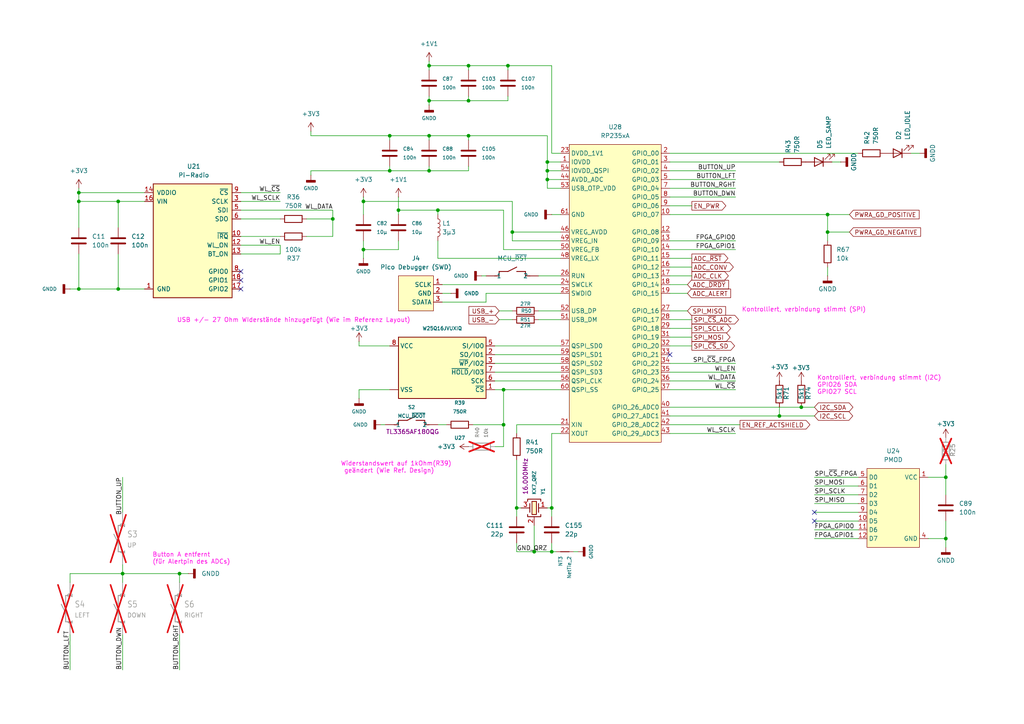
<source format=kicad_sch>
(kicad_sch (version 20250114) (generator "eeschema") (generator_version "9.0")
  (paper "A4")
  (text "Kontrolliert, verbindung stimmt (I2C)\nGPIO26 SDA\nGPIO27 SCL" (at 236.982 111.76 0) (effects (font (size 1.27 1.27)) (justify left)))
  (text "Widerstandswert auf 1kOhm(R39)\n geändert (Wie Ref. Design)" (at 98.806 135.636 0) (effects (font (size 1.27 1.27)) (justify left)))
  (text "USB +/- 27 Ohm WIderstände hinzugefügt (Wie im Referenz Layout)" (at 51.308 92.964 0) (effects (font (size 1.27 1.27)) (justify left)))
  (text "Kontrolliert, verbindung stimmt (SPI)" (at 215.138 89.916 0) (effects (font (size 1.27 1.27)) (justify left)))
  (text "Button A entfernt \n(für Alertpin des ADCs)" (at 44.196 162.052 0) (effects (font (size 1.27 1.27)) (justify left)))
  (junction (at 146.05 113.03))
  (junction (at 22.86 83.82))
  (junction (at 135.89 29.21))
  (junction (at 154.94 160.02))
  (junction (at 96.52 63.5))
  (junction (at 240.03 62.23))
  (junction (at 274.32 156.21))
  (junction (at 160.02 147.32))
  (junction (at 34.29 83.82))
  (junction (at 127 60.96))
  (junction (at 147.32 19.05))
  (junction (at 124.46 19.05))
  (junction (at 146.05 123.19))
  (junction (at 124.46 49.53))
  (junction (at 149.86 147.32))
  (junction (at 22.86 58.42))
  (junction (at 148.59 67.31))
  (junction (at 158.75 49.53))
  (junction (at 124.46 39.37))
  (junction (at 105.41 72.39))
  (junction (at 232.41 118.11))
  (junction (at 115.57 60.96))
  (junction (at 34.29 58.42))
  (junction (at 105.41 58.42))
  (junction (at 135.89 19.05))
  (junction (at 240.03 67.31))
  (junction (at 113.03 49.53))
  (junction (at 113.03 39.37))
  (junction (at 158.75 52.07))
  (junction (at 22.86 55.88))
  (junction (at 52.07 166.37))
  (junction (at 124.46 29.21))
  (junction (at 274.32 138.43))
  (junction (at 226.06 120.65))
  (junction (at 158.75 46.99))
  (junction (at 135.89 39.37))
  (junction (at 160.02 160.02))
  (junction (at 35.56 166.37))
  (no_connect (at 236.22 148.59))
  (no_connect (at 69.85 81.28))
  (no_connect (at 194.31 102.87))
  (no_connect (at 236.22 151.13))
  (no_connect (at 69.85 78.74))
  (no_connect (at 69.85 83.82))
  (wire (pts (xy 194.31 107.95) (xy 213.36 107.95)))
  (wire (pts (xy 160.02 147.32) (xy 160.02 149.86)))
  (wire (pts (xy 162.56 69.85) (xy 148.59 69.85)))
  (wire (pts (xy 236.22 153.67) (xy 248.92 153.67)))
  (wire (pts (xy 158.75 52.07) (xy 162.56 52.07)))
  (wire (pts (xy 226.06 118.11) (xy 226.06 120.65)))
  (wire (pts (xy 144.78 92.71) (xy 148.59 92.71)))
  (wire (pts (xy 105.41 72.39) (xy 115.57 72.39)))
  (wire (pts (xy 200.66 80.01) (xy 194.31 80.01)))
  (wire (pts (xy 160.02 44.45) (xy 160.02 19.05)))
  (wire (pts (xy 160.02 125.73) (xy 160.02 147.32)))
  (wire (pts (xy 113.03 48.26) (xy 113.03 49.53)))
  (wire (pts (xy 194.31 110.49) (xy 213.36 110.49)))
  (wire (pts (xy 34.29 83.82) (xy 41.91 83.82)))
  (wire (pts (xy 124.46 49.53) (xy 135.89 49.53)))
  (wire (pts (xy 213.36 54.61) (xy 194.31 54.61)))
  (wire (pts (xy 274.32 156.21) (xy 274.32 158.75)))
  (wire (pts (xy 127 74.93) (xy 162.56 74.93)))
  (wire (pts (xy 35.56 138.43) (xy 35.56 148.59)))
  (wire (pts (xy 160.02 62.23) (xy 162.56 62.23)))
  (wire (pts (xy 144.78 90.17) (xy 148.59 90.17)))
  (wire (pts (xy 113.03 39.37) (xy 124.46 39.37)))
  (wire (pts (xy 156.21 92.71) (xy 162.56 92.71)))
  (wire (pts (xy 158.75 49.53) (xy 158.75 46.99)))
  (wire (pts (xy 194.31 44.45) (xy 248.92 44.45)))
  (wire (pts (xy 148.59 58.42) (xy 105.41 58.42)))
  (wire (pts (xy 194.31 85.09) (xy 199.39 85.09)))
  (wire (pts (xy 124.46 27.94) (xy 124.46 29.21)))
  (wire (pts (xy 22.86 58.42) (xy 22.86 66.04)))
  (wire (pts (xy 162.56 72.39) (xy 146.05 72.39)))
  (wire (pts (xy 41.91 55.88) (xy 22.86 55.88)))
  (wire (pts (xy 139.7 80.01) (xy 140.97 80.01)))
  (wire (pts (xy 124.46 19.05) (xy 135.89 19.05)))
  (wire (pts (xy 158.75 49.53) (xy 162.56 49.53)))
  (wire (pts (xy 146.05 123.19) (xy 146.05 129.54)))
  (wire (pts (xy 154.94 160.02) (xy 160.02 160.02)))
  (wire (pts (xy 246.38 62.23) (xy 240.03 62.23)))
  (wire (pts (xy 90.17 38.1) (xy 90.17 39.37)))
  (wire (pts (xy 124.46 48.26) (xy 124.46 49.53)))
  (wire (pts (xy 143.51 107.95) (xy 162.56 107.95)))
  (wire (pts (xy 194.31 113.03) (xy 213.36 113.03)))
  (wire (pts (xy 213.36 69.85) (xy 194.31 69.85)))
  (wire (pts (xy 127 123.19) (xy 129.54 123.19)))
  (wire (pts (xy 105.41 58.42) (xy 105.41 62.23)))
  (wire (pts (xy 140.97 85.09) (xy 140.97 87.63)))
  (wire (pts (xy 158.75 46.99) (xy 158.75 39.37)))
  (wire (pts (xy 147.32 27.94) (xy 147.32 29.21)))
  (wire (pts (xy 151.13 147.32) (xy 149.86 147.32)))
  (wire (pts (xy 69.85 55.88) (xy 81.28 55.88)))
  (wire (pts (xy 240.03 67.31) (xy 246.38 67.31)))
  (wire (pts (xy 149.86 160.02) (xy 154.94 160.02)))
  (wire (pts (xy 236.22 138.43) (xy 248.92 138.43)))
  (wire (pts (xy 236.22 148.59) (xy 248.92 148.59)))
  (wire (pts (xy 158.75 54.61) (xy 158.75 52.07)))
  (wire (pts (xy 194.31 74.93) (xy 200.66 74.93)))
  (wire (pts (xy 200.66 95.25) (xy 194.31 95.25)))
  (wire (pts (xy 160.02 160.02) (xy 161.29 160.02)))
  (wire (pts (xy 240.03 62.23) (xy 240.03 67.31)))
  (wire (pts (xy 20.32 83.82) (xy 22.86 83.82)))
  (wire (pts (xy 199.39 90.17) (xy 194.31 90.17)))
  (wire (pts (xy 137.16 123.19) (xy 146.05 123.19)))
  (wire (pts (xy 147.32 29.21) (xy 135.89 29.21)))
  (wire (pts (xy 148.59 67.31) (xy 148.59 58.42)))
  (wire (pts (xy 69.85 68.58) (xy 81.28 68.58)))
  (wire (pts (xy 162.56 54.61) (xy 158.75 54.61)))
  (wire (pts (xy 127 69.85) (xy 127 74.93)))
  (wire (pts (xy 52.07 168.91) (xy 52.07 166.37)))
  (wire (pts (xy 158.75 52.07) (xy 158.75 49.53)))
  (wire (pts (xy 135.89 40.64) (xy 135.89 39.37)))
  (wire (pts (xy 160.02 19.05) (xy 147.32 19.05)))
  (wire (pts (xy 104.14 113.03) (xy 104.14 115.57)))
  (wire (pts (xy 213.36 52.07) (xy 194.31 52.07)))
  (wire (pts (xy 149.86 147.32) (xy 149.86 149.86)))
  (wire (pts (xy 143.51 102.87) (xy 162.56 102.87)))
  (wire (pts (xy 213.36 49.53) (xy 194.31 49.53)))
  (wire (pts (xy 113.03 100.33) (xy 104.14 100.33)))
  (wire (pts (xy 149.86 133.35) (xy 149.86 147.32)))
  (wire (pts (xy 143.51 113.03) (xy 146.05 113.03)))
  (wire (pts (xy 240.03 62.23) (xy 194.31 62.23)))
  (wire (pts (xy 115.57 69.85) (xy 115.57 72.39)))
  (wire (pts (xy 96.52 63.5) (xy 96.52 60.96)))
  (wire (pts (xy 162.56 44.45) (xy 160.02 44.45)))
  (wire (pts (xy 236.22 156.21) (xy 248.92 156.21)))
  (wire (pts (xy 113.03 49.53) (xy 124.46 49.53)))
  (wire (pts (xy 69.85 73.66) (xy 81.28 73.66)))
  (wire (pts (xy 104.14 99.06) (xy 104.14 100.33)))
  (wire (pts (xy 269.24 138.43) (xy 274.32 138.43)))
  (wire (pts (xy 274.32 138.43) (xy 274.32 143.51)))
  (wire (pts (xy 127 62.23) (xy 127 60.96)))
  (wire (pts (xy 113.03 40.64) (xy 113.03 39.37)))
  (wire (pts (xy 124.46 39.37) (xy 135.89 39.37)))
  (wire (pts (xy 162.56 125.73) (xy 160.02 125.73)))
  (wire (pts (xy 35.56 163.83) (xy 35.56 166.37)))
  (wire (pts (xy 156.21 80.01) (xy 162.56 80.01)))
  (wire (pts (xy 22.86 58.42) (xy 34.29 58.42)))
  (wire (pts (xy 34.29 58.42) (xy 34.29 66.04)))
  (wire (pts (xy 35.56 166.37) (xy 35.56 168.91)))
  (wire (pts (xy 52.07 166.37) (xy 54.61 166.37)))
  (wire (pts (xy 22.86 83.82) (xy 34.29 83.82)))
  (wire (pts (xy 143.51 129.54) (xy 146.05 129.54)))
  (wire (pts (xy 81.28 71.12) (xy 81.28 73.66)))
  (wire (pts (xy 200.66 100.33) (xy 194.31 100.33)))
  (wire (pts (xy 236.22 140.97) (xy 248.92 140.97)))
  (wire (pts (xy 128.27 82.55) (xy 162.56 82.55)))
  (wire (pts (xy 274.32 151.13) (xy 274.32 156.21)))
  (wire (pts (xy 69.85 58.42) (xy 81.28 58.42)))
  (wire (pts (xy 146.05 72.39) (xy 146.05 60.96)))
  (wire (pts (xy 264.16 44.45) (xy 266.7 44.45)))
  (wire (pts (xy 232.41 118.11) (xy 236.22 118.11)))
  (wire (pts (xy 105.41 57.15) (xy 105.41 58.42)))
  (wire (pts (xy 69.85 63.5) (xy 81.28 63.5)))
  (wire (pts (xy 149.86 123.19) (xy 162.56 123.19)))
  (wire (pts (xy 200.66 59.69) (xy 194.31 59.69)))
  (wire (pts (xy 128.27 85.09) (xy 130.81 85.09)))
  (wire (pts (xy 105.41 69.85) (xy 105.41 72.39)))
  (wire (pts (xy 90.17 49.53) (xy 113.03 49.53)))
  (wire (pts (xy 213.36 105.41) (xy 194.31 105.41)))
  (wire (pts (xy 194.31 118.11) (xy 232.41 118.11)))
  (wire (pts (xy 194.31 120.65) (xy 226.06 120.65)))
  (wire (pts (xy 88.9 68.58) (xy 96.52 68.58)))
  (wire (pts (xy 274.32 134.62) (xy 274.32 138.43)))
  (wire (pts (xy 148.59 69.85) (xy 148.59 67.31)))
  (wire (pts (xy 20.32 166.37) (xy 35.56 166.37)))
  (wire (pts (xy 240.03 67.31) (xy 240.03 69.85)))
  (wire (pts (xy 20.32 184.15) (xy 20.32 194.31)))
  (wire (pts (xy 41.91 58.42) (xy 34.29 58.42)))
  (wire (pts (xy 143.51 110.49) (xy 162.56 110.49)))
  (wire (pts (xy 96.52 68.58) (xy 96.52 63.5)))
  (wire (pts (xy 146.05 113.03) (xy 162.56 113.03)))
  (wire (pts (xy 110.49 123.19) (xy 111.76 123.19)))
  (wire (pts (xy 124.46 19.05) (xy 124.46 20.32)))
  (wire (pts (xy 149.86 160.02) (xy 149.86 157.48)))
  (wire (pts (xy 90.17 39.37) (xy 113.03 39.37)))
  (wire (pts (xy 115.57 60.96) (xy 115.57 62.23)))
  (wire (pts (xy 88.9 63.5) (xy 96.52 63.5)))
  (wire (pts (xy 199.39 82.55) (xy 194.31 82.55)))
  (wire (pts (xy 104.14 113.03) (xy 113.03 113.03)))
  (wire (pts (xy 194.31 46.99) (xy 226.06 46.99)))
  (wire (pts (xy 200.66 77.47) (xy 194.31 77.47)))
  (wire (pts (xy 236.22 120.65) (xy 226.06 120.65)))
  (wire (pts (xy 128.27 87.63) (xy 140.97 87.63)))
  (wire (pts (xy 135.89 19.05) (xy 147.32 19.05)))
  (wire (pts (xy 146.05 60.96) (xy 127 60.96)))
  (wire (pts (xy 127 60.96) (xy 115.57 60.96)))
  (wire (pts (xy 135.89 39.37) (xy 158.75 39.37)))
  (wire (pts (xy 236.22 151.13) (xy 248.92 151.13)))
  (wire (pts (xy 241.3 46.99) (xy 243.84 46.99)))
  (wire (pts (xy 105.41 72.39) (xy 105.41 74.93)))
  (wire (pts (xy 135.89 20.32) (xy 135.89 19.05)))
  (wire (pts (xy 90.17 49.53) (xy 90.17 50.8)))
  (wire (pts (xy 154.94 160.02) (xy 154.94 152.4)))
  (wire (pts (xy 149.86 125.73) (xy 149.86 123.19)))
  (wire (pts (xy 194.31 125.73) (xy 213.36 125.73)))
  (wire (pts (xy 52.07 184.15) (xy 52.07 194.31)))
  (wire (pts (xy 200.66 92.71) (xy 194.31 92.71)))
  (wire (pts (xy 20.32 168.91) (xy 20.32 166.37)))
  (wire (pts (xy 236.22 146.05) (xy 248.92 146.05)))
  (wire (pts (xy 146.05 123.19) (xy 146.05 113.03)))
  (wire (pts (xy 35.56 184.15) (xy 35.56 194.31)))
  (wire (pts (xy 160.02 160.02) (xy 160.02 157.48)))
  (wire (pts (xy 166.37 160.02) (xy 167.64 160.02)))
  (wire (pts (xy 143.51 100.33) (xy 162.56 100.33)))
  (wire (pts (xy 69.85 60.96) (xy 96.52 60.96)))
  (wire (pts (xy 213.36 57.15) (xy 194.31 57.15)))
  (wire (pts (xy 22.86 73.66) (xy 22.86 83.82)))
  (wire (pts (xy 162.56 67.31) (xy 148.59 67.31)))
  (wire (pts (xy 214.63 123.19) (xy 194.31 123.19)))
  (wire (pts (xy 240.03 77.47) (xy 240.03 80.01)))
  (wire (pts (xy 236.22 143.51) (xy 248.92 143.51)))
  (wire (pts (xy 35.56 166.37) (xy 52.07 166.37)))
  (wire (pts (xy 115.57 57.15) (xy 115.57 60.96)))
  (wire (pts (xy 269.24 156.21) (xy 274.32 156.21)))
  (wire (pts (xy 156.21 90.17) (xy 162.56 90.17)))
  (wire (pts (xy 124.46 17.78) (xy 124.46 19.05)))
  (wire (pts (xy 140.97 85.09) (xy 162.56 85.09)))
  (wire (pts (xy 158.75 46.99) (xy 162.56 46.99)))
  (wire (pts (xy 147.32 20.32) (xy 147.32 19.05)))
  (wire (pts (xy 200.66 97.79) (xy 194.31 97.79)))
  (wire (pts (xy 213.36 72.39) (xy 194.31 72.39)))
  (wire (pts (xy 34.29 73.66) (xy 34.29 83.82)))
  (wire (pts (xy 135.89 27.94) (xy 135.89 29.21)))
  (wire (pts (xy 124.46 40.64) (xy 124.46 39.37)))
  (wire (pts (xy 22.86 54.61) (xy 22.86 55.88)))
  (wire (pts (xy 160.02 147.32) (xy 158.75 147.32)))
  (wire (pts (xy 22.86 55.88) (xy 22.86 58.42)))
  (wire (pts (xy 69.85 71.12) (xy 81.28 71.12)))
  (wire (pts (xy 143.51 105.41) (xy 162.56 105.41)))
  (wire (pts (xy 124.46 29.21) (xy 124.46 30.48)))
  (wire (pts (xy 124.46 29.21) (xy 135.89 29.21)))
  (wire (pts (xy 135.89 48.26) (xy 135.89 49.53)))
  (label "WL_SCLK" (at 213.36 125.73 180))
  (label "WL_~{CS}" (at 81.28 55.88 180))
  (label "FPGA_GPIO1" (at 213.36 72.39 180))
  (label "BUTTON_DWN" (at 213.36 57.15 180))
  (label "WL_DATA" (at 213.36 110.49 180))
  (label "WL_DATA" (at 96.52 60.96 180))
  (label "BUTTON_LFT" (at 20.32 194.31 90))
  (label "SPI_MISO" (at 236.22 146.05 0))
  (label "BUTTON_UP" (at 213.36 49.53 180))
  (label "BUTTON_UP" (at 35.56 138.43 270))
  (label "GND_QRZ" (at 158.75 160.02 180))
  (label "WL_SCLK" (at 81.28 58.42 180))
  (label "BUTTON_LFT" (at 213.36 52.07 180))
  (label "WL_EN" (at 81.28 71.12 180))
  (label "SPI_SCLK" (at 236.22 143.51 0))
  (label "BUTTON_RGHT" (at 52.07 194.31 90))
  (label "FPGA_GPIO0" (at 213.36 69.85 180))
  (label "FPGA_GPIO0" (at 236.22 153.67 0))
  (label "FPGA_GPIO1" (at 236.22 156.21 0))
  (label "SPI_~{CS}_FPGA" (at 236.22 138.43 0))
  (label "SPI_~{CS}_FPGA" (at 213.36 105.41 180))
  (label "WL_EN" (at 213.36 107.95 180))
  (label "BUTTON_DWN" (at 35.56 194.31 90))
  (label "SPI_MOSI" (at 236.22 140.97 0))
  (label "WL_~{CS}" (at 213.36 113.03 180))
  (label "BUTTON_RGHT" (at 213.36 54.61 180))
  (global_label "SPI_~{CS}_SD" (shape output) (at 200.66 100.33 0) (property "Intersheetrefs" "${INTERSHEET_REFS}" (effects (hide yes))))
  (global_label "USB_+" (shape input) (at 144.78 90.17 180) (property "Intersheetrefs" "${INTERSHEET_REFS}" (effects (hide yes))))
  (global_label "I2C_SDA" (shape bidirectional) (at 236.22 118.11 0) (property "Intersheetrefs" "${INTERSHEET_REFS}" (effects (hide yes))))
  (global_label "ADC_~{DRDY}" (shape input) (at 199.39 82.55 0) (property "Intersheetrefs" "${INTERSHEET_REFS}" (effects (hide yes))))
  (global_label "SPI_MISO" (shape input) (at 199.39 90.17 0) (property "Intersheetrefs" "${INTERSHEET_REFS}" (effects (hide yes))))
  (global_label "SPI_SCLK" (shape output) (at 200.66 95.25 0) (property "Intersheetrefs" "${INTERSHEET_REFS}" (effects (hide yes))))
  (global_label "PWRA_GD_POSITIVE" (shape input) (at 246.38 62.23 0) (property "Intersheetrefs" "${INTERSHEET_REFS}" (effects (hide yes))))
  (global_label "SPI_~{CS}_ADC" (shape output) (at 200.66 92.71 0) (property "Intersheetrefs" "${INTERSHEET_REFS}" (effects (hide yes))))
  (global_label "ADC_ALERT" (shape input) (at 199.39 85.09 0) (property "Intersheetrefs" "${INTERSHEET_REFS}" (effects (hide yes))))
  (global_label "ADC_CLK" (shape output) (at 200.66 80.01 0) (property "Intersheetrefs" "${INTERSHEET_REFS}" (effects (hide yes))))
  (global_label "PWRA_GD_NEGATIVE" (shape input) (at 246.38 67.31 0) (property "Intersheetrefs" "${INTERSHEET_REFS}" (effects (hide yes))))
  (global_label "I2C_SCL" (shape bidirectional) (at 236.22 120.65 0) (property "Intersheetrefs" "${INTERSHEET_REFS}" (effects (hide yes))))
  (global_label "SPI_MOSI" (shape output) (at 200.66 97.79 0) (property "Intersheetrefs" "${INTERSHEET_REFS}" (effects (hide yes))))
  (global_label "ADC_~{RST}" (shape output) (at 200.66 74.93 0) (property "Intersheetrefs" "${INTERSHEET_REFS}" (effects (hide yes))))
  (global_label "EN_PWR" (shape output) (at 200.66 59.69 0) (property "Intersheetrefs" "${INTERSHEET_REFS}" (effects (hide yes))))
  (global_label "EN_REF_ACTSHIELD" (shape output) (at 214.63 123.19 0) (property "Intersheetrefs" "${INTERSHEET_REFS}" (effects (hide yes))))
  (global_label "ADC_CONV" (shape output) (at 200.66 77.47 0) (property "Intersheetrefs" "${INTERSHEET_REFS}" (effects (hide yes))))
  (global_label "USB_-" (shape input) (at 144.78 92.71 180) (property "Intersheetrefs" "${INTERSHEET_REFS}" (effects (hide yes))))
  (symbol (lib_id "power:GNDD") (at 130.81 85.09 90) (unit 1)
    (property "Reference" "#PWR0171" (effects (hide yes)))
    (property "Value" "GNDD" (at 134.62 85.0899 90) (effects (font (size 1.016 1.016)) (justify right)))
    (property "Description" "Power symbol creates a global label with name \"GNDD\" , digital ground" (effects (hide yes)))
    (instances (project "" (path "" (reference "#PWR0171") (unit 1))) (project "smart_table" (path "" (reference "#PWR051") (unit 1))))
  )
  (symbol (lib_id "passive:C0603") (at 34.29 69.85 0) (mirror y) (unit 1)
    (property "Reference" "C12" (at 38.1 68.5799 0) (effects (justify right)))
    (property "Value" "100n" (at 38.1 71.1199 0) (effects (justify right)))
    (property "Footprint" "Capacitor_SMD:C_0603_1608Metric" (effects (hide yes)))
    (property "Description" "Unpolarized capacitor" (effects (hide yes)))
    (instances (project "" (path "" (reference "C12") (unit 1))) (project "smart_table" (path "" (reference "C21") (unit 1))))
  )
  (symbol (lib_id "power:GNDD") (at 160.02 62.23 270) (unit 1)
    (property "Reference" "#PWR0167" (effects (hide yes)))
    (property "Value" "GNDD" (at 156.21 62.2299 90) (effects (font (size 1.016 1.016)) (justify right)))
    (property "Description" "Power symbol creates a global label with name \"GNDD\" , digital ground" (effects (hide yes)))
    (instances (project "" (path "" (reference "#PWR0167") (unit 1))) (project "smart_table" (path "" (reference "#PWR054") (unit 1))))
  )
  (symbol (lib_id "passive:R0603") (at 229.87 46.99 90) (unit 1)
    (property "Reference" "R43" (at 228.5999 44.45 0) (effects (justify left)))
    (property "Value" "750R" (at 231.1399 44.45 0) (effects (justify left)))
    (property "Footprint" "Resistor_SMD:R_0603_1608Metric" (effects (hide yes)))
    (property "Description" "Resistor" (effects (hide yes)))
  )
  (symbol (lib_id "passive:R0603") (at 149.86 129.54 180) (unit 1)
    (property "Reference" "R41" (at 152.4 128.2699 0) (effects (justify right)))
    (property "Value" "750R" (at 152.4 130.8099 0) (effects (justify right)))
    (property "Footprint" "Resistor_SMD:R_0603_1608Metric" (effects (hide yes)))
    (property "Description" "Resistor" (effects (hide yes)))
  )
  (symbol (lib_id "power:GNDD") (at 240.03 80.01 0) (unit 1)
    (property "Reference" "#PWR09" (effects (hide yes)))
    (property "Value" "GNDD" (at 240.03 83.82 0))
    (property "Description" "Power symbol creates a global label with name \"GNDD\" , digital ground" (effects (hide yes)))
  )
  (symbol (lib_id "passive:R0402") (at 152.4 90.17 270) (mirror x) (unit 1)
    (property "Reference" "R50" (at 152.654 90.17 90) (effects (font (size 1.016 1.016))))
    (property "Value" "27R" (at 152.4 88.138 90) (effects (font (size 1.016 1.016))))
    (property "Footprint" "Resistor_SMD:R_0402_1005Metric" (effects (hide yes)))
    (property "Description" "Resistor" (effects (hide yes)))
    (property "ecnumber" "GPR0402100R" (effects (hide yes)))
  )
  (symbol (lib_id "power:GNDD") (at 266.7 44.45 90) (unit 1)
    (property "Reference" "#PWR089" (effects (hide yes)))
    (property "Value" "GNDD" (at 270.51 44.45 0))
    (property "Description" "Power symbol creates a global label with name \"GNDD\" , digital ground" (effects (hide yes)))
  )
  (symbol (lib_id "memory:W25Q16JVUXIQ") (at 128.27 107.95 0) (unit 1) (exclude_from_sim yes)
    (property "Reference" "U27" (at 133.35 127 0) (effects (font (size 1.016 1.016))))
    (property "Value" "W25Q16JVUXIQ" (at 128.27 95.25 0) (effects (font (size 1.016 1.016))))
    (property "Footprint" "custom_library:USON-8-1EP_3x2mm_P0.5mm_EP0.2x1.6mm" (effects (hide yes)))
    (property "Datasheet" "https://www.mouser.de/ProductDetail/Winbond/W25Q16JVUXIQ-TR?qs=qSfuJ%252Bfl%2Fd7SDdIHLGOd1g%3D%3D&utm_id=1435090772&gad_source=1&gclid=Cj0KCQiAoae5BhCNARIsADVLzZd_6ywhw0tNTQRPe90fxfFAFIB3NCiEdnhi8oMc0UCnFr9oQ1JQn6EaAgrQEALw_wcB" (effects (hide yes)))
    (property "ecnumber" "W25Q16JVUXIQ" (effects (hide yes)))
    (instances (project "" (path "" (reference "U27") (unit 1))) (project "smart_table" (path "" (reference "U10") (unit 1))))
  )
  (symbol (lib_id "power:+3V3") (at 274.32 127 0) (unit 1)
    (property "Reference" "#PWR0157" (effects (hide yes)))
    (property "Value" "+3V3" (at 274.32 122.936 0))
    (property "Description" "Power symbol creates a global label with name \"+3V3\"" (effects (hide yes)))
  )
  (symbol (lib_id "passive:R0603") (at 252.73 44.45 90) (unit 1)
    (property "Reference" "R42" (at 251.4599 41.91 0) (effects (justify left)))
    (property "Value" "750R" (at 253.9999 41.91 0) (effects (justify left)))
    (property "Footprint" "Resistor_SMD:R_0603_1608Metric" (effects (hide yes)))
    (property "Description" "Resistor" (effects (hide yes)))
  )
  (symbol (lib_id "passive:L") (at 127 66.04 0) (unit 1)
    (property "Reference" "L1" (at 128.27 64.7699 0) (effects (justify left)))
    (property "Value" "3µ3" (at 128.27 67.3099 0) (effects (justify left)))
    (property "Footprint" "Resistor_SMD:R_0805_2012Metric_Pad1.20x1.40mm_HandSolder" (effects (hide yes)))
    (property "Datasheet" "https://www.mouser.de/ProductDetail/Wurth-Elektronik/74437336068?qs=sGAEpiMZZMukHu%252BjC5l7YZFx5PKdGpFON7hqw0dDD24%3D" (effects (hide yes)))
    (property "Description" "Inductor" (effects (hide yes)))
  )
  (symbol (lib_id "passive:R0603") (at 226.06 114.3 0) (mirror x) (unit 1)
    (property "Reference" "R71" (at 228.092 114.046 90))
    (property "Value" "5k1" (at 226.06 114.046 90))
    (property "Footprint" "Resistor_SMD:R_0603_1608Metric" (effects (hide yes)))
    (property "Description" "Resistor" (effects (hide yes)))
  )
  (symbol (lib_id "power:+3V3") (at 232.41 110.49 0) (mirror y) (unit 1)
    (property "Reference" "#PWR0109" (effects (hide yes)))
    (property "Value" "+3V3" (at 234.95 106.68 0) (effects (justify left)))
    (property "Description" "Power symbol creates a global label with name \"+3V3\"" (effects (hide yes)))
  )
  (symbol (lib_id "connectors:Tactile Button") (at 33.02 156.21 90) (unit 1) (exclude_from_sim yes) (in_bom no) (dnp yes)
    (property "Reference" "S3" (at 36.83 154.94 90) (effects (font (size 1.778 1.5113)) (justify right)))
    (property "Value" "UP" (at 36.83 158.1149 90) (effects (justify right)))
    (property "Footprint" "connectors:TACTILE-SWITCH" (effects (hide yes)))
    (property "Datasheet" "https://configured-product-images.s3.amazonaws.com/2D/specs/TL3365AF180QG.pdf" (effects (hide yes)))
    (property "Description" "612-TL3365AF180QG" (effects (hide yes)))
  )
  (symbol (lib_id "power:+3V3") (at 104.14 99.06 0) (unit 1)
    (property "Reference" "#PWR0113" (effects (hide yes)))
    (property "Value" "+3V3" (at 104.14 95.25 0))
    (property "Description" "Power symbol creates a global label with name \"+3V3\"" (effects (hide yes)))
  )
  (symbol (lib_id "power:GNDD") (at 20.32 83.82 270) (unit 1)
    (property "Reference" "#PWR0105" (effects (hide yes)))
    (property "Value" "GNDD" (at 16.51 83.8199 90) (effects (font (size 1.016 1.016)) (justify right)))
    (property "Description" "Power symbol creates a global label with name \"GNDD\" , digital ground" (effects (hide yes)))
    (instances (project "" (path "" (reference "#PWR0105") (unit 1))) (project "smart_table" (path "" (reference "#PWR035") (unit 1))))
  )
  (symbol (lib_id "passive:LED_0603") (at 237.49 46.99 180) (unit 1)
    (property "Reference" "D5" (at 237.8074 43.18 90) (effects (justify right)))
    (property "Value" "LED_SAMP" (at 240.3474 43.18 90) (effects (justify right)))
    (property "Footprint" "LED_SMD:LED_0603_1608Metric" (effects (hide yes)))
    (property "Description" "Light emitting diode" (effects (hide yes)))
  )
  (symbol (lib_id "passive:C0603") (at 135.89 24.13 180) (unit 1)
    (property "Reference" "C103" (at 139.7 22.8599 0) (effects (font (size 1.016 1.016)) (justify right)))
    (property "Value" "100n" (at 139.7 25.3999 0) (effects (font (size 1.016 1.016)) (justify right)))
    (property "Footprint" "Capacitor_SMD:C_0603_1608Metric" (effects (hide yes)))
    (property "Description" "Unpolarized capacitor" (effects (hide yes)))
    (property "ecnumber" "GPC0402104" (effects (hide yes)))
    (instances (project "" (path "" (reference "C103") (unit 1))) (project "smart_table" (path "" (reference "C31") (unit 1))))
  )
  (symbol (lib_id "power:+1V1") (at 115.57 57.15 0) (unit 1)
    (property "Reference" "#PWR0160" (effects (hide yes)))
    (property "Value" "+1V1" (at 115.57 52.07 0))
    (property "Description" "Power symbol creates a global label with name \"+1V1\"" (effects (hide yes)))
    (instances (project "" (path "" (reference "#PWR0160") (unit 1))) (project "" (path "" (reference "#PWR047") (unit 1))))
  )
  (symbol (lib_id "power:GNDD") (at 104.14 115.57 0) (unit 1)
    (property "Reference" "#PWR0153" (effects (hide yes)))
    (property "Value" "GNDD" (at 104.14 119.38 0) (effects (font (size 1.016 1.016))))
    (property "Description" "Power symbol creates a global label with name \"GNDD\" , digital ground" (effects (hide yes)))
    (instances (project "" (path "" (reference "#PWR0153") (unit 1))) (project "smart_table" (path "" (reference "#PWR043") (unit 1))))
  )
  (symbol (lib_id "passive:R0402") (at 139.7 129.54 270) (unit 1) (in_bom no) (dnp yes)
    (property "Reference" "R40" (at 138.4299 127 0) (effects (font (size 1.016 1.016)) (justify right)))
    (property "Value" "10k" (at 140.9699 127 0) (effects (font (size 1.016 1.016)) (justify right)))
    (property "Footprint" "Resistor_SMD:R_0603_1608Metric" (effects (hide yes)))
    (property "Description" "Resistor" (effects (hide yes)))
    (property "ecnumber" "GPR040210K" (effects (hide yes)))
    (instances (project "" (path "" (reference "R40") (unit 1))) (project "smart_table" (path "" (reference "R34") (unit 1))))
  )
  (symbol (lib_id "passive:KX7_QRZ") (at 158.75 147.32 0) (mirror y) (unit 1)
    (property "Reference" "Y1" (at 157.4801 143.51 90) (effects (font (size 1.016 1.016)) (justify left)))
    (property "Value" "KX7_QRZ" (at 154.94 143.51 90) (effects (font (size 1.016 1.016)) (justify left)))
    (property "Footprint" "custom_library:KX-7" (effects (hide yes)))
    (property "Datasheet" "https://www.mouser.pl/datasheet/2/3/ABM8G-1608872.pdf" (effects (hide yes)))
    (property "MPN" "ABM8G-25.000MHZ-18-D2Y-T3" (effects (hide yes)))
    (property "Manufacturer" "Abracon" (effects (hide yes)))
    (property "Author" "Antmicro" (effects (hide yes)))
    (property "License" "Apache-2.0" (effects (hide yes)))
    (property "Val" "16.000MHz" (at 152.4001 143.51 90) (effects (justify left)))
    (property "ecnumber" "KX-7T SMD CRYSTAL 12,0 MHZ " (effects (hide yes)))
  )
  (symbol (lib_id "power:GNDD") (at 105.41 74.93 0) (unit 1)
    (property "Reference" "#PWR0158" (effects (hide yes)))
    (property "Value" "GNDD" (at 105.41 78.74 0) (effects (font (size 1.016 1.016))))
    (property "Description" "Power symbol creates a global label with name \"GNDD\" , digital ground" (effects (hide yes)))
    (instances (project "" (path "" (reference "#PWR0158") (unit 1))) (project "smart_table" (path "" (reference "#PWR045") (unit 1))))
  )
  (symbol (lib_id "power:GNDD") (at 90.17 50.8 0) (unit 1)
    (property "Reference" "#PWR0129" (effects (hide yes)))
    (property "Value" "GNDD" (at 90.17 54.61 0) (effects (font (size 1.016 1.016))))
    (property "Description" "Power symbol creates a global label with name \"GNDD\" , digital ground" (effects (hide yes)))
    (instances (project "" (path "" (reference "#PWR0129") (unit 1))) (project "smart_table" (path "" (reference "#PWR041") (unit 1))))
  )
  (symbol (lib_id "power:GNDD") (at 274.32 158.75 0) (unit 1)
    (property "Reference" "#PWR0170" (effects (hide yes)))
    (property "Value" "GNDD" (at 274.32 162.56 0))
    (property "Description" "Power symbol creates a global label with name \"GNDD\" , digital ground" (effects (hide yes)))
  )
  (symbol (lib_id "passive:R0402") (at 133.35 123.19 270) (unit 1)
    (property "Reference" "R39" (at 133.35 116.84 90) (effects (font (size 1.016 1.016))))
    (property "Value" "750R" (at 133.35 119.38 90) (effects (font (size 1.016 1.016))))
    (property "Footprint" "Resistor_SMD:R_0603_1608Metric" (effects (hide yes)))
    (property "Description" "Resistor" (effects (hide yes)))
    (property "ecnumber" "GPR040222K" (effects (hide yes)))
    (instances (project "" (path "" (reference "R39") (unit 1))) (project "smart_table" (path "" (reference "R33") (unit 1))))
  )
  (symbol (lib_id "passive:R0603") (at 274.32 130.81 0) (mirror x) (unit 1) (in_bom no) (dnp yes)
    (property "Reference" "R25" (at 276.352 130.556 90))
    (property "Value" "0R1" (at 274.32 130.556 90))
    (property "Footprint" "Resistor_SMD:R_0603_1608Metric" (effects (hide yes)))
    (property "Description" "Resistor" (effects (hide yes)))
  )
  (symbol (lib_id "passive:R0402") (at 85.09 63.5 90) (unit 1)
    (property "Reference" "R36" (at 85.09 57.15 90))
    (property "Value" "750R" (at 85.09 59.69 90))
    (property "Footprint" "Resistor_SMD:R_0603_1608Metric" (effects (hide yes)))
    (property "Description" "Resistor" (effects (hide yes)))
    (instances (project "" (path "" (reference "R36") (unit 1))) (project "smart_table" (path "" (reference "R30") (unit 1))))
  )
  (symbol (lib_id "passive:R0402") (at 152.4 92.71 270) (mirror x) (unit 1)
    (property "Reference" "R51" (at 152.4 92.71 90) (effects (font (size 1.016 1.016))))
    (property "Value" "27R" (at 152.4 94.488 90) (effects (font (size 1.016 1.016))))
    (property "Footprint" "Resistor_SMD:R_0402_1005Metric" (effects (hide yes)))
    (property "Description" "Resistor" (effects (hide yes)))
    (property "ecnumber" "GPR0402100R" (effects (hide yes)))
  )
  (symbol (lib_id "Device:NetTie_2") (at 163.83 160.02 180) (unit 1) (in_bom no)
    (property "Reference" "NT3" (at 162.5599 161.29 90) (effects (font (size 1.016 1.016)) (justify left)))
    (property "Value" "NetTie_2" (at 165.0999 161.29 90) (effects (font (size 1.016 1.016)) (justify left)))
    (property "Footprint" "NetTie:NetTie-2_SMD_Pad0.5mm" (effects (hide yes)))
    (property "Description" "Net tie, 2 pins" (effects (hide yes)))
    (instances (project "" (path "" (reference "NT3") (unit 1))) (project "smart_table" (path "" (reference "NT4") (unit 1))))
  )
  (symbol (lib_id "power:GNDD") (at 167.64 160.02 90) (unit 1)
    (property "Reference" "#PWR0163" (effects (hide yes)))
    (property "Value" "GNDD" (at 171.45 160.02 0) (effects (font (size 1.016 1.016))))
    (property "Description" "Power symbol creates a global label with name \"GNDD\" , digital ground" (effects (hide yes)))
    (instances (project "" (path "" (reference "#PWR0163") (unit 1))) (project "smart_table" (path "" (reference "#PWR055") (unit 1))))
  )
  (symbol (lib_id "passive:C0603") (at 274.32 147.32 0) (unit 1)
    (property "Reference" "C89" (at 278.13 146.0499 0) (effects (justify left)))
    (property "Value" "100n" (at 278.13 148.5899 0) (effects (justify left)))
    (property "Footprint" "Capacitor_SMD:C_0603_1608Metric" (effects (hide yes)))
    (property "Description" "Unpolarized capacitor" (effects (hide yes)))
  )
  (symbol (lib_id "passive:C0603") (at 147.32 24.13 180) (unit 1)
    (property "Reference" "C107" (at 151.13 22.8599 0) (effects (font (size 1.016 1.016)) (justify right)))
    (property "Value" "100n" (at 151.13 25.3999 0) (effects (font (size 1.016 1.016)) (justify right)))
    (property "Footprint" "Capacitor_SMD:C_0603_1608Metric" (effects (hide yes)))
    (property "Description" "Unpolarized capacitor" (effects (hide yes)))
    (property "ecnumber" "GPC0402104" (effects (hide yes)))
    (instances (project "" (path "" (reference "C107") (unit 1))) (project "smart_table" (path "" (reference "C33") (unit 1))))
  )
  (symbol (lib_id "passive:C0805") (at 105.41 66.04 180) (unit 1)
    (property "Reference" "C82" (at 109.22 64.7699 0) (effects (font (size 1.016 1.016)) (justify right)))
    (property "Value" "10µ" (at 109.22 67.3099 0) (effects (font (size 1.016 1.016)) (justify right)))
    (property "Footprint" "Capacitor_SMD:C_0603_1608Metric" (effects (hide yes)))
    (property "Description" "Unpolarized capacitor" (effects (hide yes)))
    (property "ecnumber" "GPC0805106-16 " (effects (hide yes)))
    (instances (project "" (path "" (reference "C82") (unit 1))) (project "smart_table" (path "" (reference "C25") (unit 1))))
  )
  (symbol (lib_id "power:GNDD") (at 243.84 46.99 90) (unit 1)
    (property "Reference" "#PWR0107" (effects (hide yes)))
    (property "Value" "GNDD" (at 247.65 46.99 0))
    (property "Description" "Power symbol creates a global label with name \"GNDD\" , digital ground" (effects (hide yes)))
  )
  (symbol (lib_id "mcu_rpi_pico:RPI_RMC20452T") (at 55.88 53.34 0) (unit 1) (exclude_from_sim yes)
    (property "Reference" "U21" (at 56.1975 48.26 0))
    (property "Value" "Pi-Radio" (at 56.1975 50.8 0))
    (property "Footprint" "custom_library:RPi-Radio-Module" (effects (hide yes)))
    (property "Datasheet" "https://pip-assets.raspberrypi.com/categories/1216-raspberry-pi-radio-module-2/documents/RP-008943-DS-4-Radio%20Module%202%20Datasheet.pdf?disposition=inline" (effects (hide yes)))
    (property "Description" "Raspberry Pi Radio Module 2" (effects (hide yes)))
    (instances (project "" (path "" (reference "U21") (unit 1))) (project "" (path "" (reference "U8") (unit 1))))
  )
  (symbol (lib_id "power:+3V3") (at 105.41 57.15 0) (unit 1)
    (property "Reference" "#PWR0159" (effects (hide yes)))
    (property "Value" "+3V3" (at 105.41 52.07 0))
    (property "Description" "Power symbol creates a global label with name \"+3V3\"" (effects (hide yes)))
  )
  (symbol (lib_id "power:GNDD") (at 54.61 166.37 90) (unit 1)
    (property "Reference" "#PWR0304" (effects (hide yes)))
    (property "Value" "GNDD" (at 58.42 166.3699 90) (effects (justify right)))
    (property "Description" "Power symbol creates a global label with name \"GNDD\" , digital ground" (effects (hide yes)))
  )
  (symbol (lib_id "passive:C0603") (at 160.02 153.67 0) (unit 1)
    (property "Reference" "C155" (at 163.83 152.3999 0) (effects (justify left)))
    (property "Value" "22p" (at 163.83 154.9399 0) (effects (justify left)))
    (property "Footprint" "Capacitor_SMD:C_0603_1608Metric" (effects (hide yes)))
    (property "Description" "Unpolarized capacitor" (effects (hide yes)))
  )
  (symbol (lib_id "power:GNDD") (at 110.49 123.19 270) (unit 1)
    (property "Reference" "#PWR0155" (effects (hide yes)))
    (property "Value" "GNDD" (at 106.68 123.1899 90) (effects (font (size 1.016 1.016)) (justify right)))
    (property "Description" "Power symbol creates a global label with name \"GNDD\" , digital ground" (effects (hide yes)))
    (instances (project "" (path "" (reference "#PWR0155") (unit 1))) (project "smart_table" (path "" (reference "#PWR046") (unit 1))))
  )
  (symbol (lib_id "passive:C0805") (at 115.57 66.04 180) (unit 1)
    (property "Reference" "C86" (at 119.38 64.7699 0) (effects (font (size 1.016 1.016)) (justify right)))
    (property "Value" "10µ" (at 119.38 67.3099 0) (effects (font (size 1.016 1.016)) (justify right)))
    (property "Footprint" "Capacitor_SMD:C_0603_1608Metric" (effects (hide yes)))
    (property "Description" "Unpolarized capacitor" (effects (hide yes)))
    (property "ecnumber" "GPC0805106-16 " (effects (hide yes)))
    (instances (project "" (path "" (reference "C86") (unit 1))) (project "smart_table" (path "" (reference "C27") (unit 1))))
  )
  (symbol (lib_id "passive:R0603") (at 240.03 73.66 180) (unit 1)
    (property "Reference" "R67" (at 242.57 72.3899 0) (effects (justify right)))
    (property "Value" "10k" (at 242.57 74.9299 0) (effects (justify right)))
    (property "Footprint" "Resistor_SMD:R_0603_1608Metric" (effects (hide yes)))
    (property "Description" "Resistor" (effects (hide yes)))
  )
  (symbol (lib_id "passive:LED_0603") (at 260.35 44.45 180) (unit 1)
    (property "Reference" "D2" (at 260.6674 40.64 90) (effects (justify right)))
    (property "Value" "LED_IDLE" (at 263.2074 40.64 90) (effects (justify right)))
    (property "Footprint" "LED_SMD:LED_0603_1608Metric" (effects (hide yes)))
    (property "Description" "Light emitting diode" (effects (hide yes)))
  )
  (symbol (lib_name "PMOD_MALE_1") (lib_id "connectors:PMOD_MALE") (at 259.08 135.89 0) (unit 1) (exclude_from_sim yes)
    (property "Reference" "U24" (at 259.08 130.81 0))
    (property "Value" "PMOD" (at 259.08 133.35 0))
    (property "Footprint" "Connector_PinHeader_2.54mm:PinHeader_2x06_P2.54mm_Vertical" (effects (hide yes)))
  )
  (symbol (lib_id "connectors:Tactile Button") (at 148.59 77.47 0) (unit 1) (exclude_from_sim yes)
    (property "Reference" "S8" (effects (hide yes)))
    (property "Value" "MCU_~{RST}" (at 148.59 74.93 0))
    (property "Footprint" "connectors:TACTILE-SWITCH" (effects (hide yes)))
    (property "Datasheet" "https://configured-product-images.s3.amazonaws.com/2D/specs/TL3365AF180QG.pdf" (effects (hide yes)))
    (property "Description" "612-TL3365AF180QG" (effects (hide yes)))
    (instances (project "" (path "" (reference "S8") (unit 1))) (project "" (path "" (reference "S2") (unit 1))))
  )
  (symbol (lib_id "power:+1V1") (at 124.46 17.78 0) (unit 1)
    (property "Reference" "#PWR0131" (effects (hide yes)))
    (property "Value" "+1V1" (at 124.46 12.7 0))
    (property "Description" "Power symbol creates a global label with name \"+1V1\"" (effects (hide yes)))
    (instances (project "" (path "" (reference "#PWR0131") (unit 1))) (project "smart_table" (path "" (reference "#PWR049") (unit 1))))
  )
  (symbol (lib_id "connectors:Tactile Button") (at 119.38 120.65 0) (unit 1) (exclude_from_sim yes)
    (property "Reference" "S2" (at 119.38 118.11 0) (effects (font (size 1.016 1.016))))
    (property "Value" "MCU_~{BOOT}" (at 119.38 120.65 0) (effects (font (size 1.016 1.016))))
    (property "Footprint" "connectors:TACTILE-SWITCH" (effects (hide yes)))
    (property "Datasheet" "https://configured-product-images.s3.amazonaws.com/2D/specs/TL3365AF180QG.pdf" (effects (hide yes)))
    (property "Description" "612-TL3365AF180QG" (effects (hide yes)))
    (property "ecnumber" "TL3365AF180QG " (at 120.142 125.222 0))
    (instances (project "" (path "" (reference "S2") (unit 1))) (project "smart_table" (path "" (reference "S1") (unit 1))))
  )
  (symbol (lib_id "passive:C0603") (at 113.03 44.45 180) (unit 1)
    (property "Reference" "C84" (at 116.84 43.1799 0) (effects (font (size 1.016 1.016)) (justify right)))
    (property "Value" "100n" (at 116.84 45.7199 0) (effects (font (size 1.016 1.016)) (justify right)))
    (property "Footprint" "Capacitor_SMD:C_0603_1608Metric" (effects (hide yes)))
    (property "Description" "Unpolarized capacitor" (effects (hide yes)))
    (property "ecnumber" "GPC0402104" (effects (hide yes)))
    (instances (project "" (path "" (reference "C84") (unit 1))) (project "smart_table" (path "" (reference "C26") (unit 1))))
  )
  (symbol (lib_id "passive:C0603") (at 22.86 69.85 0) (mirror y) (unit 1)
    (property "Reference" "C11" (at 26.67 68.5799 0) (effects (justify right)))
    (property "Value" "100n" (at 26.67 71.1199 0) (effects (justify right)))
    (property "Footprint" "Capacitor_SMD:C_0603_1608Metric" (effects (hide yes)))
    (property "Description" "Unpolarized capacitor" (effects (hide yes)))
    (instances (project "" (path "" (reference "C11") (unit 1))) (project "smart_table" (path "" (reference "C20") (unit 1))))
  )
  (symbol (lib_id "mcu_rpi_pico:RP235xA") (at 179.07 44.45 0) (unit 1) (exclude_from_sim yes)
    (property "Reference" "U28" (at 178.435 36.83 0))
    (property "Value" "RP235xA" (at 178.435 39.37 0))
    (property "Footprint" "custom_library:QFN-60_EP_7x7_Pitch0.4mm" (effects (hide yes)))
    (property "Datasheet" "https://datasheets.raspberrypi.com/rp2350/rp2350-product-brief.pdf" (effects (hide yes)))
    (property "Description" "Microcontroller RP235xA (0= without flash, 4= with internal flash) of RPi Pico 2" (effects (hide yes)))
    (instances (project "" (path "" (reference "U28") (unit 1))) (project "" (path "" (reference "U11") (unit 1))))
  )
  (symbol (lib_id "passive:C0603") (at 124.46 44.45 180) (unit 1)
    (property "Reference" "C88" (at 128.27 43.1799 0) (effects (font (size 1.016 1.016)) (justify right)))
    (property "Value" "100n" (at 128.27 45.7199 0) (effects (font (size 1.016 1.016)) (justify right)))
    (property "Footprint" "Capacitor_SMD:C_0603_1608Metric" (effects (hide yes)))
    (property "Description" "Unpolarized capacitor" (effects (hide yes)))
    (property "ecnumber" "GPC0402104" (effects (hide yes)))
    (instances (project "" (path "" (reference "C88") (unit 1))) (project "smart_table" (path "" (reference "C29") (unit 1))))
  )
  (symbol (lib_id "passive:R0603") (at 232.41 114.3 0) (mirror x) (unit 1)
    (property "Reference" "R74" (at 234.442 114.046 90))
    (property "Value" "5k1" (at 232.41 114.046 90))
    (property "Footprint" "Resistor_SMD:R_0603_1608Metric" (effects (hide yes)))
    (property "Description" "Resistor" (effects (hide yes)))
  )
  (symbol (lib_id "power:GNDD") (at 139.7 80.01 270) (unit 1)
    (property "Reference" "#PWR0177" (effects (hide yes)))
    (property "Value" "GNDD" (at 135.89 80.0099 90) (effects (font (size 1.016 1.016)) (justify right)))
    (property "Description" "Power symbol creates a global label with name \"GNDD\" , digital ground" (effects (hide yes)))
    (instances (project "" (path "" (reference "#PWR0177") (unit 1))) (project "smart_table" (path "" (reference "#PWR053") (unit 1))))
  )
  (symbol (lib_id "connectors:Tactile Button") (at 17.78 176.53 90) (unit 1) (exclude_from_sim yes) (in_bom no) (dnp yes)
    (property "Reference" "S4" (at 21.59 175.26 90) (effects (font (size 1.778 1.5113)) (justify right)))
    (property "Value" "LEFT" (at 21.59 178.4349 90) (effects (justify right)))
    (property "Footprint" "connectors:TACTILE-SWITCH" (effects (hide yes)))
    (property "Datasheet" "https://configured-product-images.s3.amazonaws.com/2D/specs/TL3365AF180QG.pdf" (effects (hide yes)))
    (property "Description" "612-TL3365AF180QG" (effects (hide yes)))
  )
  (symbol (lib_id "power:+3V3") (at 90.17 38.1 0) (unit 1)
    (property "Reference" "#PWR0132" (effects (hide yes)))
    (property "Value" "+3V3" (at 90.17 33.02 0))
    (property "Description" "Power symbol creates a global label with name \"+3V3\"" (effects (hide yes)))
  )
  (symbol (lib_id "passive:C0603") (at 124.46 24.13 180) (unit 1)
    (property "Reference" "C87" (at 128.27 22.8599 0) (effects (font (size 1.016 1.016)) (justify right)))
    (property "Value" "100n" (at 128.27 25.3999 0) (effects (font (size 1.016 1.016)) (justify right)))
    (property "Footprint" "Capacitor_SMD:C_0603_1608Metric" (effects (hide yes)))
    (property "Description" "Unpolarized capacitor" (effects (hide yes)))
    (property "ecnumber" "GPC0402104" (effects (hide yes)))
    (instances (project "" (path "" (reference "C87") (unit 1))) (project "smart_table" (path "" (reference "C28") (unit 1))))
  )
  (symbol (lib_id "power:GNDD") (at 124.46 30.48 0) (unit 1)
    (property "Reference" "#PWR0133" (effects (hide yes)))
    (property "Value" "GNDD" (at 124.46 34.29 0) (effects (font (size 1.016 1.016))))
    (property "Description" "Power symbol creates a global label with name \"GNDD\" , digital ground" (effects (hide yes)))
    (instances (project "" (path "" (reference "#PWR0133") (unit 1))) (project "smart_table" (path "" (reference "#PWR050") (unit 1))))
  )
  (symbol (lib_id "connectors:Tactile Button") (at 33.02 176.53 90) (unit 1) (exclude_from_sim yes) (in_bom no) (dnp yes)
    (property "Reference" "S5" (at 36.83 175.26 90) (effects (font (size 1.778 1.5113)) (justify right)))
    (property "Value" "DOWN" (at 36.83 178.4349 90) (effects (justify right)))
    (property "Footprint" "connectors:TACTILE-SWITCH" (effects (hide yes)))
    (property "Datasheet" "https://configured-product-images.s3.amazonaws.com/2D/specs/TL3365AF180QG.pdf" (effects (hide yes)))
    (property "Description" "612-TL3365AF180QG" (effects (hide yes)))
  )
  (symbol (lib_id "passive:R0402") (at 85.09 68.58 90) (mirror x) (unit 1)
    (property "Reference" "R37" (at 85.09 74.93 90))
    (property "Value" "100k" (at 85.09 72.39 90))
    (property "Footprint" "Resistor_SMD:R_0603_1608Metric" (effects (hide yes)))
    (property "Description" "Resistor" (effects (hide yes)))
    (instances (project "" (path "" (reference "R37") (unit 1))) (project "smart_table" (path "" (reference "R31") (unit 1))))
  )
  (symbol (lib_id "power:VDD") (at 135.89 129.54 90) (unit 1)
    (property "Reference" "#PWR0156" (effects (hide yes)))
    (property "Value" "+3V3" (at 132.08 129.5399 90) (effects (justify left)))
    (property "Description" "Power symbol creates a global label with name \"VDD\"" (effects (hide yes)))
    (instances (project "" (path "" (reference "#PWR0156") (unit 1))) (project "smart_table" (path "" (reference "#PWR052") (unit 1))))
  )
  (symbol (lib_id "passive:C0603") (at 149.86 153.67 0) (mirror y) (unit 1)
    (property "Reference" "C111" (at 146.05 152.3999 0) (effects (justify left)))
    (property "Value" "22p" (at 146.05 154.9399 0) (effects (justify left)))
    (property "Footprint" "Capacitor_SMD:C_0603_1608Metric" (effects (hide yes)))
    (property "Description" "Unpolarized capacitor" (effects (hide yes)))
  )
  (symbol (lib_id "mcu_rpi_pico:PicoDebuggerSWD") (at 120.65 77.47 0) (unit 1) (exclude_from_sim yes)
    (property "Reference" "J4" (at 120.65 74.93 0))
    (property "Value" "Pico Debugger (SWD)" (at 120.65 77.47 0))
    (property "Footprint" "Connector_PinHeader_2.54mm:PinHeader_1x03_P2.54mm_Vertical" (effects (hide yes)))
    (property "Datasheet" "https://www.raspberrypi.com/documentation/microcontrollers/debug-probe.html" (effects (hide yes)))
    (property "Description" "Raspberry Pi Debug Probe SWD Connector" (effects (hide yes)))
    (instances (project "" (path "" (reference "J4") (unit 1))) (project "" (path "" (reference "J3") (unit 1))))
  )
  (symbol (lib_id "passive:C0603") (at 135.89 44.45 180) (unit 1)
    (property "Reference" "C105" (at 139.7 43.1799 0) (effects (font (size 1.016 1.016)) (justify right)))
    (property "Value" "100n" (at 139.7 45.7199 0) (effects (font (size 1.016 1.016)) (justify right)))
    (property "Footprint" "Capacitor_SMD:C_0603_1608Metric" (effects (hide yes)))
    (property "Description" "Unpolarized capacitor" (effects (hide yes)))
    (property "ecnumber" "GPC0402104" (effects (hide yes)))
    (instances (project "" (path "" (reference "C105") (unit 1))) (project "smart_table" (path "" (reference "C32") (unit 1))))
  )
  (symbol (lib_id "power:+3V3") (at 22.86 54.61 0) (unit 1)
    (property "Reference" "#PWR0112" (effects (hide yes)))
    (property "Value" "+3V3" (at 22.86 49.53 0))
    (property "Description" "Power symbol creates a global label with name \"+3V3\"" (effects (hide yes)))
  )
  (symbol (lib_id "connectors:Tactile Button") (at 49.53 176.53 90) (unit 1) (exclude_from_sim yes) (in_bom no) (dnp yes)
    (property "Reference" "S6" (at 53.34 175.26 90) (effects (font (size 1.778 1.5113)) (justify right)))
    (property "Value" "RIGHT" (at 53.34 178.4349 90) (effects (justify right)))
    (property "Footprint" "connectors:TACTILE-SWITCH" (effects (hide yes)))
    (property "Datasheet" "https://configured-product-images.s3.amazonaws.com/2D/specs/TL3365AF180QG.pdf" (effects (hide yes)))
    (property "Description" "612-TL3365AF180QG" (effects (hide yes)))
  )
  (symbol (lib_id "power:+3V3") (at 226.06 110.49 0) (mirror y) (unit 1)
    (property "Reference" "#PWR0108" (effects (hide yes)))
    (property "Value" "+3V3" (at 226.06 106.426 0))
    (property "Description" "Power symbol creates a global label with name \"+3V3\"" (effects (hide yes)))
  )
)
</source>
